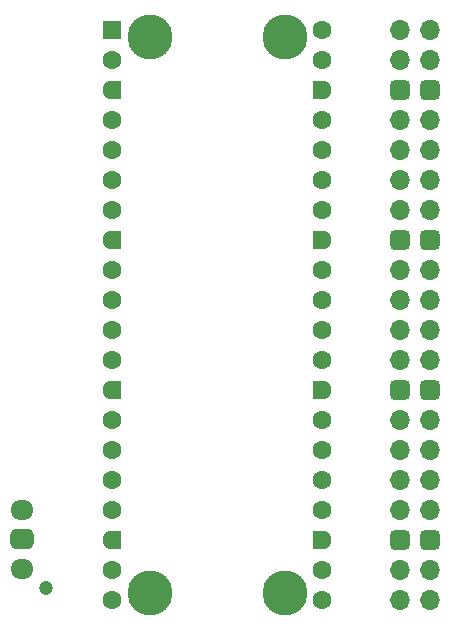
<source format=gbr>
%TF.GenerationSoftware,KiCad,Pcbnew,7.0.9*%
%TF.CreationDate,2024-01-10T08:51:34-08:00*%
%TF.ProjectId,rpi_adapter,7270695f-6164-4617-9074-65722e6b6963,rev?*%
%TF.SameCoordinates,PX82a7440PY660b0c0*%
%TF.FileFunction,Soldermask,Bot*%
%TF.FilePolarity,Negative*%
%FSLAX46Y46*%
G04 Gerber Fmt 4.6, Leading zero omitted, Abs format (unit mm)*
G04 Created by KiCad (PCBNEW 7.0.9) date 2024-01-10 08:51:34*
%MOMM*%
%LPD*%
G01*
G04 APERTURE LIST*
G04 Aperture macros list*
%AMRoundRect*
0 Rectangle with rounded corners*
0 $1 Rounding radius*
0 $2 $3 $4 $5 $6 $7 $8 $9 X,Y pos of 4 corners*
0 Add a 4 corners polygon primitive as box body*
4,1,4,$2,$3,$4,$5,$6,$7,$8,$9,$2,$3,0*
0 Add four circle primitives for the rounded corners*
1,1,$1+$1,$2,$3*
1,1,$1+$1,$4,$5*
1,1,$1+$1,$6,$7*
1,1,$1+$1,$8,$9*
0 Add four rect primitives between the rounded corners*
20,1,$1+$1,$2,$3,$4,$5,0*
20,1,$1+$1,$4,$5,$6,$7,0*
20,1,$1+$1,$6,$7,$8,$9,0*
20,1,$1+$1,$8,$9,$2,$3,0*%
%AMFreePoly0*
4,1,28,0.605014,0.794986,0.644504,0.794986,0.724698,0.756366,0.780194,0.686777,0.800000,0.600000,0.800000,-0.600000,0.780194,-0.686777,0.724698,-0.756366,0.644504,-0.794986,0.605014,-0.794986,0.600000,-0.800000,0.000000,-0.800000,-0.178017,-0.779942,-0.347107,-0.720775,-0.498792,-0.625465,-0.625465,-0.498792,-0.720775,-0.347107,-0.779942,-0.178017,-0.800000,0.000000,-0.779942,0.178017,
-0.720775,0.347107,-0.625465,0.498792,-0.498792,0.625465,-0.347107,0.720775,-0.178017,0.779942,0.000000,0.800000,0.600000,0.800000,0.605014,0.794986,0.605014,0.794986,$1*%
%AMFreePoly1*
4,1,28,0.178017,0.779942,0.347107,0.720775,0.498792,0.625465,0.625465,0.498792,0.720775,0.347107,0.779942,0.178017,0.800000,0.000000,0.779942,-0.178017,0.720775,-0.347107,0.625465,-0.498792,0.498792,-0.625465,0.347107,-0.720775,0.178017,-0.779942,0.000000,-0.800000,-0.600000,-0.800000,-0.605014,-0.794986,-0.644504,-0.794986,-0.724698,-0.756366,-0.780194,-0.686777,-0.800000,-0.600000,
-0.800000,0.600000,-0.780194,0.686777,-0.724698,0.756366,-0.644504,0.794986,-0.605014,0.794986,-0.600000,0.800000,0.000000,0.800000,0.178017,0.779942,0.178017,0.779942,$1*%
G04 Aperture macros list end*
%ADD10C,3.800000*%
%ADD11RoundRect,0.200000X-0.600000X-0.600000X0.600000X-0.600000X0.600000X0.600000X-0.600000X0.600000X0*%
%ADD12C,1.600000*%
%ADD13FreePoly0,0.000000*%
%ADD14FreePoly1,0.000000*%
%ADD15C,1.200000*%
%ADD16O,1.950000X1.700000*%
%ADD17RoundRect,0.425000X0.550000X-0.425000X0.550000X0.425000X-0.550000X0.425000X-0.550000X-0.425000X0*%
%ADD18O,1.700000X1.700000*%
%ADD19RoundRect,0.425000X0.425000X0.425000X-0.425000X0.425000X-0.425000X-0.425000X0.425000X-0.425000X0*%
G04 APERTURE END LIST*
D10*
%TO.C,U1*%
X-5700000Y23500000D03*
X-5700000Y-23500000D03*
X5700000Y23500000D03*
X5700000Y-23500000D03*
D11*
X-8890000Y24130000D03*
D12*
X-8890000Y21590000D03*
D13*
X-8890000Y19050000D03*
D12*
X-8890000Y16510000D03*
X-8890000Y13970000D03*
X-8890000Y11430000D03*
X-8890000Y8890000D03*
D13*
X-8890000Y6350000D03*
D12*
X-8890000Y3810000D03*
X-8890000Y1270000D03*
X-8890000Y-1270000D03*
X-8890000Y-3810000D03*
D13*
X-8890000Y-6350000D03*
D12*
X-8890000Y-8890000D03*
X-8890000Y-11430000D03*
X-8890000Y-13970000D03*
X-8890000Y-16510000D03*
D13*
X-8890000Y-19050000D03*
D12*
X-8890000Y-21590000D03*
X-8890000Y-24130000D03*
X8890000Y-24130000D03*
X8890000Y-21590000D03*
D14*
X8890000Y-19050000D03*
D12*
X8890000Y-16510000D03*
X8890000Y-13970000D03*
X8890000Y-11430000D03*
X8890000Y-8890000D03*
D14*
X8890000Y-6350000D03*
D12*
X8890000Y-3810000D03*
X8890000Y-1270000D03*
X8890000Y1270000D03*
X8890000Y3810000D03*
D14*
X8890000Y6350000D03*
D12*
X8890000Y8890000D03*
X8890000Y11430000D03*
X8890000Y13970000D03*
X8890000Y16510000D03*
D14*
X8890000Y19050000D03*
D12*
X8890000Y21590000D03*
X8890000Y24130000D03*
%TD*%
D15*
%TO.C,J2*%
X-14525000Y-23100000D03*
D16*
X-16525000Y-21500000D03*
D17*
X-16525000Y-19000000D03*
D16*
X-16525000Y-16500000D03*
%TD*%
D18*
%TO.C,J1*%
X18000000Y24130000D03*
X18000000Y21590000D03*
D19*
X18000000Y19050000D03*
D18*
X18000000Y16510000D03*
X18000000Y13970000D03*
X18000000Y11430000D03*
X18000000Y8890000D03*
D19*
X18000000Y6350000D03*
D18*
X18000000Y3810000D03*
X18000000Y1270000D03*
X18000000Y-1270000D03*
X18000000Y-3810000D03*
D19*
X18000000Y-6350000D03*
D18*
X18000000Y-8890000D03*
X18000000Y-11430000D03*
X18000000Y-13970000D03*
X18000000Y-16510000D03*
D19*
X18000000Y-19050000D03*
D18*
X18000000Y-21590000D03*
X18000000Y-24130000D03*
X15460000Y-24130000D03*
X15460000Y-21590000D03*
D19*
X15460000Y-19050000D03*
D18*
X15460000Y-16510000D03*
X15460000Y-13970000D03*
X15460000Y-11430000D03*
X15460000Y-8890000D03*
D19*
X15460000Y-6350000D03*
D18*
X15460000Y-3810000D03*
X15460000Y-1270000D03*
X15460000Y1270000D03*
X15460000Y3810000D03*
D19*
X15460000Y6350000D03*
D18*
X15460000Y8890000D03*
X15460000Y11430000D03*
X15460000Y13970000D03*
X15460000Y16510000D03*
D19*
X15460000Y19050000D03*
D18*
X15460000Y21590000D03*
X15460000Y24130000D03*
%TD*%
M02*

</source>
